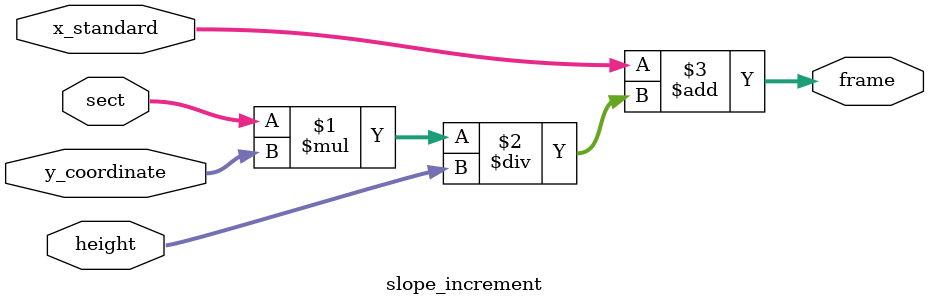
<source format=v>
module CC(
    //Input Port
    input clk, rst_n,   //asynchronous active-low reset
	input in_valid,
	input [1:0] mode,
    input signed [7:0] xi, yi,

    //Output Port
    output reg out_valid,
	output reg [7:0] xo, yo
    );

/*input               clk, rst_n, in_valid;
input       [1:0]   mode;
input       [7:0]   xi, yi;  

output reg          out_valid;
output reg  [7:0]   xo, yo;*/
//==============================================//
//             Parameter and Integer            //
//==============================================//

//==============================================//
//            FSM State Declaration             //
//==============================================//
reg [2:0] state, next_state;
parameter IN_1 = 3'd0, IN_2 = 3'd1, IN_3 = 3'd2, IN_4 = 3'd3, TRAP_REND = 3'd4, CIRC_LINE = 3'd5, AREA_COMP = 3'd6;

//==============================================//
//                 reg declaration              //
//==============================================//
reg signed [7:0] a1, a2, b1, b2, c1, c2, d1, d2;
reg signed [7:0] in_x [0:3], in_y [0:3];

reg stop_call;
reg out_valid_0, out_valid_1, out_valid_2;

reg signed [20:0] radius_sqr;
reg signed [20:0] distance_sqr;
reg [1:0] relation;

reg signed [15:0] Area;

//==============================================//
//             Current State Block              //
//==============================================//
always @(*) begin
    case(state)
        IN_1: next_state = in_valid ? IN_2 : IN_1;
        IN_2: next_state = IN_3;
        IN_3: next_state = IN_4;
        IN_4: begin
            case(mode)
                2'b00: next_state = TRAP_REND;
                2'b01: next_state = CIRC_LINE;
                2'b10: next_state = AREA_COMP;
                default: next_state = IN_4;
            endcase
        end
        TRAP_REND: next_state = stop_call ? IN_1 : TRAP_REND;
        CIRC_LINE: next_state = IN_1;
        AREA_COMP: next_state = IN_1;
        default: next_state = IN_1;
    endcase
end


//==============================================//
//              Next State Block                //
//==============================================//
always @(posedge clk or negedge rst_n) begin
    if(!rst_n) state <= IN_1;
    else state <= next_state;
end

//==============================================//
//                  Input Block                 //
//==============================================//
    //first input
always @(posedge clk or negedge rst_n) begin
    if(!rst_n) begin 
        a1 <= 8'b0;
        a2 <= 8'b0;
    end
    else if(in_valid & (state==IN_1)) begin
        a1 <= xi;
        a2 <= yi;
    end
    else begin
        a1 <= a1;
        a2 <= a2;
    end
end 

    //second input
always @(posedge clk or negedge rst_n) begin
    if(!rst_n) begin 
        b1 <= 8'b0;
        b2 <= 8'b0;
    end
    else if(in_valid & (state==IN_2)) begin
        b1 <= xi;
        b2 <= yi;
    end
    else begin
        b1 <= b1;
        b2 <= b2;
    end
end 

    //third input
always @(posedge clk or negedge rst_n) begin
    if(!rst_n) begin 
        c1 <= 8'b0;
        c2 <= 8'b0;
    end
    else if(in_valid & (state==IN_3)) begin
        c1 <= xi;
        c2 <= yi;
    end
    else begin
        c1 <= c1;
        c2 <= c2;
    end
end 

    //fourth input
always @(posedge clk or negedge rst_n) begin
    if(!rst_n) begin 
        d1 <= 8'b0;
        d2 <= 8'b0;
    end
    else if(in_valid & (state==IN_4)) begin
        d1 <= xi;
        d2 <= yi;
    end
    else begin
        d1 <= d1;
        d2 <= d2;
    end
end 
//==============================================//
//              Calculation Block1              //
//==============================================//
    //mode 0
reg signed [8:0] i, j;
wire signed [8:0] x_sect_left, x_sect_right;
reg signed [16:0] width;
wire signed [8:0] height;
wire signed [16:0] x_frame_left, x_frame_left_next, x_frame_right_next, width_next;
reg signed [8:0] serial_out_x, serial_out_y;

assign x_sect_left = a1 - c1;
assign x_sect_right = b1 - d1;
assign height = a2 - c2;

reg signed [8:0] x_standard_left, x_standard_right;
reg signed [8:0] x_section_left, x_section_right;
reg signed [8:0] y_coordinate, y_coordinate_next, y_coordinate_next_right;
reg signed [8:0] height_signed, height_signed_right;

always @(*) begin
    if(a1 >= c1) begin
        x_standard_left = c1;
        x_section_left = x_sect_left;
        y_coordinate = j;
        y_coordinate_next = j + 1;
        height_signed = height;
    end
    else begin
        x_standard_left = a1;
        x_section_left = -x_sect_left;
        y_coordinate = j + c2 - a2;
        y_coordinate_next = j + 1 + c2 - a2;
        height_signed = - height;
    end
end

slope_increment s0(
    .x_standard(x_standard_left),
    .sect(x_section_left), 
    .y_coordinate(y_coordinate), 
    .height(height_signed),
    .frame(x_frame_left)
);

slope_increment s1(
    .x_standard(x_standard_left),
    .sect(x_section_left), 
    .y_coordinate(y_coordinate_next), 
    .height(height_signed),
    .frame(x_frame_left_next)
);

always @(*) begin
    if(b1 >= d1) begin
        x_standard_right = d1;
        x_section_right = x_sect_right;
        y_coordinate_next_right = j + 1;
        height_signed_right = height;
    end
    else begin
        x_standard_right = b1;
        x_section_right = -x_sect_right;
        y_coordinate_next_right = j + 1 + c2 - b2;
        height_signed_right = -height;
    end
end

slope_increment s2(
    .x_standard(x_standard_right),
    .sect(x_section_right), 
    .y_coordinate(y_coordinate_next_right), 
    .height(height_signed_right),
    .frame(x_frame_right_next)
);

assign width_next = x_frame_right_next - x_frame_left_next;

always @(posedge clk or negedge rst_n) begin
    if(!rst_n) width <=1;
    else if(state == IN_4) width <= xi - c1;
    else begin
        if(state == TRAP_REND) begin
            if((i==width) & (j==height)) width <= 1;  //end of mode
            else if(i == width) width <= width_next;   //end of row
            else width <= width;
        end
        
    end
end

    
always @(posedge clk or negedge rst_n) begin
    if(!rst_n) begin
        serial_out_x <= 8'b0;
        serial_out_y <= 8'b0;
        i <= 0;
        j <= 0;
        stop_call <= 0;
    end
    else if(state == TRAP_REND) begin
        if((i==width) & (j==height)) begin  //end of mode
            stop_call <= 1;
            i <= 0;
            j <= 0;
            serial_out_x <= x_frame_left + i;
            serial_out_y <= c2 + j;
        end
        else begin
            stop_call <= 0;
            if(i == width) begin    //end of row
                i <= 0;
                j <= j + 1;
                serial_out_x <= x_frame_left + i;
                serial_out_y <= c2 + j;
            end
            else begin
                i <= i + 1;
                j <= j;
                serial_out_x <= x_frame_left + i;
                serial_out_y <= c2 + j;
            end 
        end
    end
    else begin
        stop_call <= 0;
        serial_out_x <= 8'b0;
        serial_out_y <= 8'b0;
        i <= 0;
        j <= 0;
    end
end

always @(posedge clk or negedge rst_n) begin
    if(!rst_n) out_valid_0 <= 0;
    else if(state == TRAP_REND) begin
        if(stop_call) out_valid_0 <= 0;
        else out_valid_0 <= 1;
    end
    else out_valid_0 <= 0;
end

//==============================================//
//               Shared Multiplier              //
//==============================================//
// Shared Multiplier
reg signed [7:0] area_mult_a, area_mult_b, area_mult_c, area_mult_d;
wire signed [15:0] area_mult_result1, area_mult_result2;

assign area_mult_result1 = area_mult_a * area_mult_b;
assign area_mult_result2 = area_mult_c * area_mult_d;

always @(*) begin
    casez({state, mode})
        {IN_2, 2'b10}: begin
            area_mult_a = a1;
            area_mult_b = yi;
            area_mult_c = xi;
            area_mult_d = a2;
        end
        {IN_3, 2'b10}: begin
            area_mult_a = b1;
            area_mult_b = yi;
            area_mult_c = xi;
            area_mult_d = b2;
        end
        {IN_4, 2'b10}: begin
            area_mult_a = c1;
            area_mult_b = yi;
            area_mult_c = xi;
            area_mult_d = c2;
        end
        {AREA_COMP, 2'b??}: begin
            area_mult_a = d1;
            area_mult_b = a2;
            area_mult_c = a1;
            area_mult_d = d2;
        end
        {IN_2, 2'b01}: begin
            area_mult_a = a1;
            area_mult_b = a2 - yi;
            area_mult_c = xi - a1;
            area_mult_d = a2;
        end
        {IN_3, 2'b01}: begin
            area_mult_a = b2 - a2;
            area_mult_b = b2 - a2;
            area_mult_c = a1 - b1;
            area_mult_d = a1 - b1;
        end
        {IN_4, 2'b01}: begin
            area_mult_a = c1;
            area_mult_b = b2 - a2;
            area_mult_c = a1 - b1;
            area_mult_d = c2;
        end
        {CIRC_LINE, 2'b??}: begin
            area_mult_a = d2 - c2;
            area_mult_b = d2 - c2;
            area_mult_c = d1 - c1;
            area_mult_d = d1 - c1;
        end
        default: begin
            area_mult_a = 0;
            area_mult_b = 0;
            area_mult_c = 0;
            area_mult_d = 0;
        end
    endcase
end

reg signed [15:0] addA, addB, addC, addD, addE, addF, addG, addH;
reg signed [24:0] addI;

// SECOND
always @(posedge clk or negedge rst_n) begin
    if(!rst_n) begin
        addA <= 0;
        addB <= 0;
    end
    else if(state == IN_2) begin
        addA <= area_mult_result1;
        addB <= area_mult_result2;
    end
end

// THIRD
always @(posedge clk or negedge rst_n) begin
    if(!rst_n) begin
        addC <= 0;
        addD <= 0;
    end
    else if(state == IN_3) begin
        addC <= area_mult_result1;
        addD <= area_mult_result2;
    end
end

// FOURTH
always @(posedge clk or negedge rst_n) begin
    if(!rst_n) begin
        addE <= 0;
        addF <= 0;
    end
    else if(state == IN_4) begin
        addE <= area_mult_result1;
        addF <= area_mult_result2;
    end
end

// FIFTH
always @(*) begin
    if((state == AREA_COMP) || (state == CIRC_LINE)) begin
        addG = area_mult_result1;
        addH = area_mult_result2;
    end
    else begin
        addG = 0;
        addH = 0;
    end
end

always @(*) begin
    case(state)
        CIRC_LINE: addI = addE + addF + addA + addB;
        AREA_COMP: addI = addA - addB + addC - addD + addE - addF + addG - addH;
        default: addI = 0;
    endcase
end

//==============================================//
//              Calculation Block2              //
//==============================================//
    //mode 1 

always @(*) begin
    if(state == CIRC_LINE) begin
        radius_sqr = addG + addH;
        distance_sqr = (addI * addI) / (addC + addD);
    end
    else begin
        radius_sqr = 0;
        distance_sqr = 0;
    end
end

always @(posedge clk or negedge rst_n) begin
    if(!rst_n) begin
        relation <= 2'b0;
        out_valid_1 <= 0;
    end
    else if(state == CIRC_LINE) begin
        if(distance_sqr > radius_sqr) relation <= 2'b0;
        else if(distance_sqr < radius_sqr) relation <= 2'b01;
        else relation <= 2'b10;
        out_valid_1 <= 1;
    end
    else begin
        relation <= 2'b0;
        out_valid_1 <= 0;
    end
end

//==============================================//
//              Calculation Block3              //
//==============================================//
    //mode 2
always @(posedge clk or negedge rst_n) begin
    if(!rst_n) begin
        Area <= 16'b0;
        out_valid_2 <= 0;
    end
    else if(state == AREA_COMP) begin
        Area <= addI / 2;
        out_valid_2 <= 1;
    end
    else begin
        Area <= 16'b0;
        out_valid_2 <= 0;
    end
end


//==============================================//
//                Output Block                  //
//==============================================//
wire signed [15:0] n_Area;
assign n_Area = -Area;

always @(posedge clk or negedge rst_n) begin
    if(!rst_n) begin
        xo <= 8'b0;
        yo <= 8'b0;
    end
    else begin
        case({out_valid_0, out_valid_1, out_valid_2})
            3'b100: begin
                xo <= serial_out_x;
                yo <= serial_out_y;
            end
            3'b010: begin
                xo <= 8'b0;
                yo <= {6'b0, relation};
            end
            3'b001: begin
                if(Area>=0) begin
                    xo <= Area[15:8];
                    yo <= Area[7:0];
                end
                else begin
                    xo <= n_Area[15:8];
                    yo <= n_Area[7:0];
                end
            end
            default: begin
                xo <= 8'b0;
                yo <= 8'b0;
            end
        endcase
    end
end

always @(posedge clk or negedge rst_n) begin
    if(!rst_n) out_valid <= 0;
    else out_valid <= out_valid_0 | out_valid_1 | out_valid_2;
end


endmodule 

module slope_increment(
                    input signed [8:0] x_standard,
                    input signed [8:0] sect, 
                    input signed [8:0] y_coordinate, 
                    input signed [8:0] height,
                    output signed [16:0] frame
                    );
                    
assign frame = x_standard + (sect * y_coordinate) / height;
endmodule

</source>
